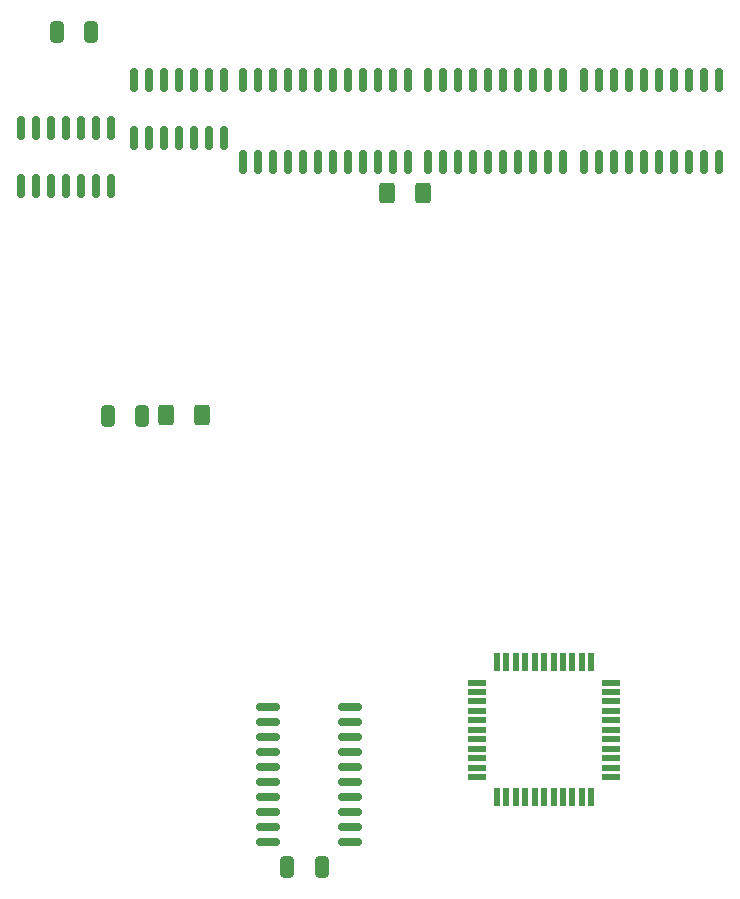
<source format=gbr>
%TF.GenerationSoftware,KiCad,Pcbnew,7.0.7-7.0.7~ubuntu20.04.1*%
%TF.CreationDate,2023-09-08T17:20:42+02:00*%
%TF.ProjectId,CPU_6809_board,4350555f-3638-4303-995f-626f6172642e,rev?*%
%TF.SameCoordinates,Original*%
%TF.FileFunction,Paste,Top*%
%TF.FilePolarity,Positive*%
%FSLAX46Y46*%
G04 Gerber Fmt 4.6, Leading zero omitted, Abs format (unit mm)*
G04 Created by KiCad (PCBNEW 7.0.7-7.0.7~ubuntu20.04.1) date 2023-09-08 17:20:42*
%MOMM*%
%LPD*%
G01*
G04 APERTURE LIST*
G04 Aperture macros list*
%AMRoundRect*
0 Rectangle with rounded corners*
0 $1 Rounding radius*
0 $2 $3 $4 $5 $6 $7 $8 $9 X,Y pos of 4 corners*
0 Add a 4 corners polygon primitive as box body*
4,1,4,$2,$3,$4,$5,$6,$7,$8,$9,$2,$3,0*
0 Add four circle primitives for the rounded corners*
1,1,$1+$1,$2,$3*
1,1,$1+$1,$4,$5*
1,1,$1+$1,$6,$7*
1,1,$1+$1,$8,$9*
0 Add four rect primitives between the rounded corners*
20,1,$1+$1,$2,$3,$4,$5,0*
20,1,$1+$1,$4,$5,$6,$7,0*
20,1,$1+$1,$6,$7,$8,$9,0*
20,1,$1+$1,$8,$9,$2,$3,0*%
G04 Aperture macros list end*
%ADD10RoundRect,0.250000X0.325000X0.650000X-0.325000X0.650000X-0.325000X-0.650000X0.325000X-0.650000X0*%
%ADD11RoundRect,0.150000X0.150000X-0.837500X0.150000X0.837500X-0.150000X0.837500X-0.150000X-0.837500X0*%
%ADD12RoundRect,0.250000X-0.400000X-0.625000X0.400000X-0.625000X0.400000X0.625000X-0.400000X0.625000X0*%
%ADD13RoundRect,0.150000X0.837500X0.150000X-0.837500X0.150000X-0.837500X-0.150000X0.837500X-0.150000X0*%
%ADD14RoundRect,0.150000X0.150000X-0.825000X0.150000X0.825000X-0.150000X0.825000X-0.150000X-0.825000X0*%
%ADD15RoundRect,0.250000X0.400000X0.625000X-0.400000X0.625000X-0.400000X-0.625000X0.400000X-0.625000X0*%
%ADD16R,0.550000X1.500000*%
%ADD17R,1.500000X0.550000*%
%ADD18RoundRect,0.150000X-0.150000X0.837500X-0.150000X-0.837500X0.150000X-0.837500X0.150000X0.837500X0*%
G04 APERTURE END LIST*
D10*
%TO.C,C5*%
X144021600Y-92405200D03*
X141071600Y-92405200D03*
%TD*%
D11*
%TO.C,U3*%
X181393172Y-70902223D03*
X182663172Y-70902223D03*
X183933172Y-70902223D03*
X185203172Y-70902223D03*
X186473172Y-70902223D03*
X187743172Y-70902223D03*
X189013172Y-70902223D03*
X190283172Y-70902223D03*
X191553172Y-70902223D03*
X192823172Y-70902223D03*
X192823172Y-63977223D03*
X191553172Y-63977223D03*
X190283172Y-63977223D03*
X189013172Y-63977223D03*
X187743172Y-63977223D03*
X186473172Y-63977223D03*
X185203172Y-63977223D03*
X183933172Y-63977223D03*
X182663172Y-63977223D03*
X181393172Y-63977223D03*
%TD*%
D10*
%TO.C,C4*%
X159210800Y-130606800D03*
X156260800Y-130606800D03*
%TD*%
D12*
%TO.C,R26*%
X145998000Y-92329000D03*
X149098000Y-92329000D03*
%TD*%
D13*
%TO.C,U21*%
X161611000Y-128473200D03*
X161611000Y-127203200D03*
X161611000Y-125933200D03*
X161611000Y-124663200D03*
X161611000Y-123393200D03*
X161611000Y-122123200D03*
X161611000Y-120853200D03*
X161611000Y-119583200D03*
X161611000Y-118313200D03*
X161611000Y-117043200D03*
X154686000Y-117043200D03*
X154686000Y-118313200D03*
X154686000Y-119583200D03*
X154686000Y-120853200D03*
X154686000Y-122123200D03*
X154686000Y-123393200D03*
X154686000Y-124663200D03*
X154686000Y-125933200D03*
X154686000Y-127203200D03*
X154686000Y-128473200D03*
%TD*%
D11*
%TO.C,U2*%
X168235972Y-70918423D03*
X169505972Y-70918423D03*
X170775972Y-70918423D03*
X172045972Y-70918423D03*
X173315972Y-70918423D03*
X174585972Y-70918423D03*
X175855972Y-70918423D03*
X177125972Y-70918423D03*
X178395972Y-70918423D03*
X179665972Y-70918423D03*
X179665972Y-63993423D03*
X178395972Y-63993423D03*
X177125972Y-63993423D03*
X175855972Y-63993423D03*
X174585972Y-63993423D03*
X173315972Y-63993423D03*
X172045972Y-63993423D03*
X170775972Y-63993423D03*
X169505972Y-63993423D03*
X168235972Y-63993423D03*
%TD*%
D14*
%TO.C,U9*%
X133756400Y-72960000D03*
X135026400Y-72960000D03*
X136296400Y-72960000D03*
X137566400Y-72960000D03*
X138836400Y-72960000D03*
X140106400Y-72960000D03*
X141376400Y-72960000D03*
X141376400Y-68010000D03*
X140106400Y-68010000D03*
X138836400Y-68010000D03*
X137566400Y-68010000D03*
X136296400Y-68010000D03*
X135026400Y-68010000D03*
X133756400Y-68010000D03*
%TD*%
%TO.C,U8*%
X143281400Y-68896000D03*
X144551400Y-68896000D03*
X145821400Y-68896000D03*
X147091400Y-68896000D03*
X148361400Y-68896000D03*
X149631400Y-68896000D03*
X150901400Y-68896000D03*
X150901400Y-63946000D03*
X149631400Y-63946000D03*
X148361400Y-63946000D03*
X147091400Y-63946000D03*
X145821400Y-63946000D03*
X144551400Y-63946000D03*
X143281400Y-63946000D03*
%TD*%
D15*
%TO.C,R2*%
X167817800Y-73583800D03*
X164717800Y-73583800D03*
%TD*%
D16*
%TO.C,U1*%
X174029000Y-124694805D03*
X174829000Y-124694805D03*
X175629000Y-124694805D03*
X176429000Y-124694805D03*
X177229000Y-124694805D03*
X178029000Y-124694805D03*
X178829000Y-124694805D03*
X179629000Y-124694805D03*
X180429000Y-124694805D03*
X181229000Y-124694805D03*
X182029000Y-124694805D03*
D17*
X183729000Y-122994805D03*
X183729000Y-122194805D03*
X183729000Y-121394805D03*
X183729000Y-120594805D03*
X183729000Y-119794805D03*
X183729000Y-118994805D03*
X183729000Y-118194805D03*
X183729000Y-117394805D03*
X183729000Y-116594805D03*
X183729000Y-115794805D03*
X183729000Y-114994805D03*
D16*
X182029000Y-113294805D03*
X181229000Y-113294805D03*
X180429000Y-113294805D03*
X179629000Y-113294805D03*
X178829000Y-113294805D03*
X178029000Y-113294805D03*
X177229000Y-113294805D03*
X176429000Y-113294805D03*
X175629000Y-113294805D03*
X174829000Y-113294805D03*
X174029000Y-113294805D03*
D17*
X172329000Y-114994805D03*
X172329000Y-115794805D03*
X172329000Y-116594805D03*
X172329000Y-117394805D03*
X172329000Y-118194805D03*
X172329000Y-118994805D03*
X172329000Y-119794805D03*
X172329000Y-120594805D03*
X172329000Y-121394805D03*
X172329000Y-122194805D03*
X172329000Y-122994805D03*
%TD*%
D10*
%TO.C,C1*%
X139703600Y-59893200D03*
X136753600Y-59893200D03*
%TD*%
D18*
%TO.C,U5*%
X166508772Y-64009623D03*
X165238772Y-64009623D03*
X163968772Y-64009623D03*
X162698772Y-64009623D03*
X161428772Y-64009623D03*
X160158772Y-64009623D03*
X158888772Y-64009623D03*
X157618772Y-64009623D03*
X156348772Y-64009623D03*
X155078772Y-64009623D03*
X153808772Y-64009623D03*
X152538772Y-64009623D03*
X152538772Y-70934623D03*
X153808772Y-70934623D03*
X155078772Y-70934623D03*
X156348772Y-70934623D03*
X157618772Y-70934623D03*
X158888772Y-70934623D03*
X160158772Y-70934623D03*
X161428772Y-70934623D03*
X162698772Y-70934623D03*
X163968772Y-70934623D03*
X165238772Y-70934623D03*
X166508772Y-70934623D03*
%TD*%
M02*

</source>
